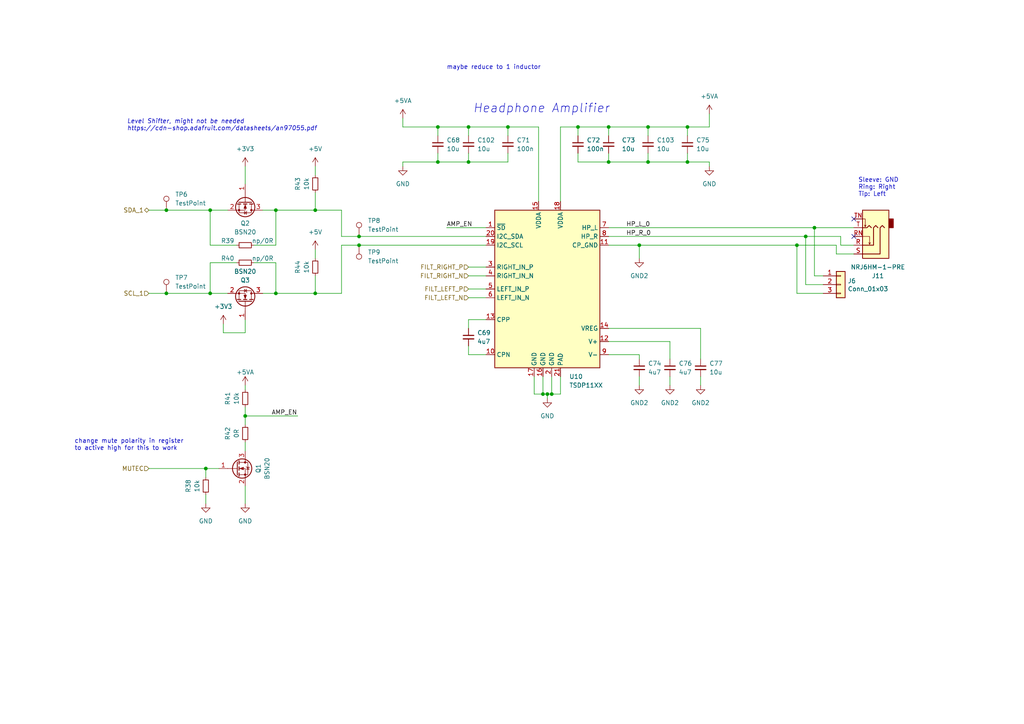
<source format=kicad_sch>
(kicad_sch (version 20230121) (generator eeschema)
  (paper "A4")
  (lib_symbols
    (symbol "Connector:TestPoint" (pin_numbers hide) (pin_names (offset 0.762) hide)
      (property "Reference" "TP" (at 0 6.858 0))
      (property "Value" "TestPoint" (at 0 5.08 0))
      (symbol "TestPoint_0_1"
        (circle (center 0 3.302) (radius 0.762))
      )
      (symbol "TestPoint_1_1"
        (pin passive line (at 0 0 90) (length 2.54) (name "1") (number "1"))
      )
    )
    (symbol "Connector_Audio:NRJ6HM-1-PRE"
      (property "Reference" "J" (at 0 8.89 0))
      (property "Value" "NRJ6HM-1-PRE" (at 0 6.35 0))
      (symbol "NRJ6HM-1-PRE_0_1"
        (rectangle (start -5.08 -5.08) (end -6.35 -7.62) (stroke (width 0.254)) (fill (type outline)))
        (polyline (pts (xy 0.508 -0.254) (xy 0.762 -0.762)))
        (polyline (pts (xy 1.778 -5.334) (xy 2.032 -5.842)))
        (polyline (pts (xy 0 -5.08) (xy 0.635 -5.715) (xy 1.27 -5.08) (xy 2.54 -5.08)) (stroke (width 0.254)))
        (polyline (pts (xy 2.54 -7.62) (xy 1.778 -7.62) (xy 1.778 -5.334) (xy 1.524 -5.842)))
        (polyline (pts (xy 2.54 -2.54) (xy 0.508 -2.54) (xy 0.508 -0.254) (xy 0.254 -0.762)))
        (polyline (pts (xy -1.905 -5.08) (xy -1.27 -5.715) (xy -0.635 -5.08) (xy -0.635 0) (xy 2.54 0)) (stroke (width 0.254)))
        (polyline (pts (xy 2.54 2.54) (xy -2.54 2.54) (xy -2.54 -5.08) (xy -3.175 -5.715) (xy -3.81 -5.08)) (stroke (width 0.254)))
        (rectangle (start 2.54 3.81) (end -5.08 -10.16) (stroke (width 0.254)) (fill (type background)))
      )
      (symbol "NRJ6HM-1-PRE_1_1"
        (pin passive line (at 5.08 0 180) (length 2.54) (name "~") (number "R"))
        (pin passive line (at 5.08 -2.54 180) (length 2.54) (name "~") (number "RN"))
        (pin passive line (at 5.08 2.54 180) (length 2.54) (name "~") (number "S"))
        (pin passive line (at 5.08 -5.08 180) (length 2.54) (name "~") (number "T"))
        (pin passive line (at 5.08 -7.62 180) (length 2.54) (name "~") (number "TN"))
      )
    )
    (symbol "Connector_Generic:Conn_01x03" (pin_names (offset 1.016) hide)
      (property "Reference" "J" (at 0 5.08 0))
      (property "Value" "Conn_01x03" (at 0 -5.08 0))
      (symbol "Conn_01x03_1_1"
        (rectangle (start -1.27 -2.413) (end 0 -2.667) (stroke (width 0.1524)))
        (rectangle (start -1.27 0.127) (end 0 -0.127) (stroke (width 0.1524)))
        (rectangle (start -1.27 2.667) (end 0 2.413) (stroke (width 0.1524)))
        (rectangle (start -1.27 3.81) (end 1.27 -3.81) (stroke (width 0.254)) (fill (type background)))
        (pin passive line (at -5.08 2.54 0) (length 3.81) (name "Pin_1") (number "1"))
        (pin passive line (at -5.08 0 0) (length 3.81) (name "Pin_2") (number "2"))
        (pin passive line (at -5.08 -2.54 0) (length 3.81) (name "Pin_3") (number "3"))
      )
    )
    (symbol "Device:C_Small" (pin_numbers hide) (pin_names (offset 0.254) hide)
      (property "Reference" "C" (at 0.254 1.778 0))
      (property "Value" "C_Small" (at 0.254 -2.032 0))
      (symbol "C_Small_0_1"
        (polyline (pts (xy -1.524 -0.508) (xy 1.524 -0.508)) (stroke (width 0.3302)))
        (polyline (pts (xy -1.524 0.508) (xy 1.524 0.508)) (stroke (width 0.3048)))
      )
      (symbol "C_Small_1_1"
        (pin passive line (at 0 2.54 270) (length 2.032) (name "~") (number "1"))
        (pin passive line (at 0 -2.54 90) (length 2.032) (name "~") (number "2"))
      )
    )
    (symbol "Device:R_Small" (pin_numbers hide) (pin_names (offset 0.254) hide)
      (property "Reference" "R" (at 0.762 0.508 0))
      (property "Value" "R_Small" (at 0.762 -1.016 0))
      (symbol "R_Small_0_1"
        (rectangle (start -0.762 1.778) (end 0.762 -1.778) (stroke (width 0.2032)))
      )
      (symbol "R_Small_1_1"
        (pin passive line (at 0 2.54 270) (length 0.762) (name "~") (number "1"))
        (pin passive line (at 0 -2.54 90) (length 0.762) (name "~") (number "2"))
      )
    )
    (symbol "LNIC_Amplifier_Audio:TSDP11XX"
      (property "Reference" "U" (at -13.97 24.13 0))
      (property "Value" "TSDP11XX" (at 10.16 24.13 0))
      (symbol "TSDP11XX_1_1"
        (rectangle (start -15.24 22.86) (end 15.24 -22.86) (stroke (width 0.254)) (fill (type background)))
        (pin input line (at -17.78 17.78 0) (length 2.54) (name "~{SD}") (number "1"))
        (pin power_out line (at -17.78 -19.05 0) (length 2.54) (name "CPN") (number "10"))
        (pin power_out line (at 17.78 12.7 180) (length 2.54) (name "CP_GND") (number "11"))
        (pin power_out line (at 17.78 -15.24 180) (length 2.54) (name "V+") (number "12"))
        (pin power_out line (at -17.78 -8.89 0) (length 2.54) (name "CPP") (number "13"))
        (pin power_out line (at 17.78 -11.43 180) (length 2.54) (name "VREG") (number "14"))
        (pin power_in line (at -2.54 25.4 270) (length 2.54) (name "VDDA") (number "15"))
        (pin power_in line (at -1.27 -25.4 90) (length 2.54) (name "GND") (number "16"))
        (pin power_in line (at -3.81 -25.4 90) (length 2.54) (name "GND") (number "17"))
        (pin power_in line (at 3.81 25.4 270) (length 2.54) (name "VDDA") (number "18"))
        (pin input line (at -17.78 12.7 0) (length 2.54) (name "I2C_SCL") (number "19"))
        (pin power_in line (at 1.27 -25.4 90) (length 2.54) (name "GND") (number "2"))
        (pin bidirectional line (at -17.78 15.24 0) (length 2.54) (name "I2C_SDA") (number "20"))
        (pin power_in line (at 3.81 -25.4 90) (length 2.54) (name "PAD") (number "21"))
        (pin input line (at -17.78 6.35 0) (length 2.54) (name "RIGHT_IN_P") (number "3"))
        (pin input line (at -17.78 3.81 0) (length 2.54) (name "RIGHT_IN_N") (number "4"))
        (pin input line (at -17.78 0 0) (length 2.54) (name "LEFT_IN_P") (number "5"))
        (pin input line (at -17.78 -2.54 0) (length 2.54) (name "LEFT_IN_N") (number "6"))
        (pin output line (at 17.78 17.78 180) (length 2.54) (name "HP_L") (number "7"))
        (pin output line (at 17.78 15.24 180) (length 2.54) (name "HP_R") (number "8"))
        (pin power_out line (at 17.78 -19.05 180) (length 2.54) (name "V-") (number "9"))
      )
    )
    (symbol "Transistor_FET:BSN20" (pin_names hide)
      (property "Reference" "Q" (at 5.08 1.905 0))
      (property "Value" "BSN20" (at 5.08 0 0))
      (symbol "BSN20_0_1"
        (polyline (pts (xy 0.254 0) (xy -2.54 0)))
        (polyline (pts (xy 0.254 1.905) (xy 0.254 -1.905)) (stroke (width 0.254)))
        (polyline (pts (xy 0.762 -1.27) (xy 0.762 -2.286)) (stroke (width 0.254)))
        (polyline (pts (xy 0.762 0.508) (xy 0.762 -0.508)) (stroke (width 0.254)))
        (polyline (pts (xy 0.762 2.286) (xy 0.762 1.27)) (stroke (width 0.254)))
        (polyline (pts (xy 2.54 2.54) (xy 2.54 1.778)))
        (polyline (pts (xy 2.54 -2.54) (xy 2.54 0) (xy 0.762 0)))
        (polyline (pts (xy 0.762 -1.778) (xy 3.302 -1.778) (xy 3.302 1.778) (xy 0.762 1.778)))
        (polyline (pts (xy 1.016 0) (xy 2.032 0.381) (xy 2.032 -0.381) (xy 1.016 0)) (fill (type outline)))
        (polyline (pts (xy 2.794 0.508) (xy 2.921 0.381) (xy 3.683 0.381) (xy 3.81 0.254)))
        (polyline (pts (xy 3.302 0.381) (xy 2.921 -0.254) (xy 3.683 -0.254) (xy 3.302 0.381)))
        (circle (center 1.651 0) (radius 2.794) (stroke (width 0.254)))
        (circle (center 2.54 -1.778) (radius 0.254) (fill (type outline)))
        (circle (center 2.54 1.778) (radius 0.254) (fill (type outline)))
      )
      (symbol "BSN20_1_1"
        (pin input line (at -5.08 0 0) (length 2.54) (name "G") (number "1"))
        (pin passive line (at 2.54 -5.08 90) (length 2.54) (name "S") (number "2"))
        (pin passive line (at 2.54 5.08 270) (length 2.54) (name "D") (number "3"))
      )
    )
    (symbol "power:+3V3" (power) (pin_names (offset 0))
      (property "Value" "+3V3" (at 0 3.556 0))
      (symbol "+3V3_0_1"
        (polyline (pts (xy -0.762 1.27) (xy 0 2.54)))
        (polyline (pts (xy 0 0) (xy 0 2.54)))
        (polyline (pts (xy 0 2.54) (xy 0.762 1.27)))
      )
      (symbol "+3V3_1_1"
        (pin power_in line (at 0 0 90) (length 0) hide (name "+3V3") (number "1"))
      )
    )
    (symbol "power:+5V" (power) (pin_names (offset 0))
      (property "Value" "+5V" (at 0 3.556 0))
      (symbol "+5V_0_1"
        (polyline (pts (xy -0.762 1.27) (xy 0 2.54)))
        (polyline (pts (xy 0 0) (xy 0 2.54)))
        (polyline (pts (xy 0 2.54) (xy 0.762 1.27)))
      )
      (symbol "+5V_1_1"
        (pin power_in line (at 0 0 90) (length 0) hide (name "+5V") (number "1"))
      )
    )
    (symbol "power:+5VA" (power) (pin_names (offset 0))
      (property "Value" "+5VA" (at 0 3.556 0))
      (symbol "+5VA_0_1"
        (polyline (pts (xy -0.762 1.27) (xy 0 2.54)))
        (polyline (pts (xy 0 0) (xy 0 2.54)))
        (polyline (pts (xy 0 2.54) (xy 0.762 1.27)))
      )
      (symbol "+5VA_1_1"
        (pin power_in line (at 0 0 90) (length 0) hide (name "+5VA") (number "1"))
      )
    )
    (symbol "power:GND" (power) (pin_names (offset 0))
      (property "Value" "GND" (at 0 -3.81 0))
      (symbol "GND_0_1"
        (polyline (pts (xy 0 0) (xy 0 -1.27) (xy 1.27 -1.27) (xy 0 -2.54) (xy -1.27 -1.27) (xy 0 -1.27)))
      )
      (symbol "GND_1_1"
        (pin power_in line (at 0 0 270) (length 0) hide (name "GND") (number "1"))
      )
    )
    (symbol "power:GND2" (power) (pin_names (offset 0))
      (property "Value" "GND2" (at 0 -3.81 0))
      (symbol "GND2_0_1"
        (polyline (pts (xy 0 0) (xy 0 -1.27) (xy 1.27 -1.27) (xy 0 -2.54) (xy -1.27 -1.27) (xy 0 -1.27)))
      )
      (symbol "GND2_1_1"
        (pin power_in line (at 0 0 270) (length 0) hide (name "GND2") (number "1"))
      )
    )
  )
  (junction (at 91.44 60.96))
  (junction (at 104.14 68.58))
  (junction (at 167.64 36.83))
  (junction (at 157.48 114.3))
  (junction (at 60.96 85.09))
  (junction (at 135.89 46.99))
  (junction (at 91.44 85.09))
  (junction (at 185.42 71.12))
  (junction (at 48.26 60.96))
  (junction (at 59.69 135.89))
  (junction (at 199.39 36.83))
  (junction (at 127 46.99))
  (junction (at 147.32 36.83))
  (junction (at 187.96 46.99))
  (junction (at 176.53 36.83))
  (junction (at 127 36.83))
  (junction (at 176.53 46.99))
  (junction (at 48.26 85.09))
  (junction (at 187.96 36.83))
  (junction (at 135.89 36.83))
  (junction (at 80.01 60.96))
  (junction (at 236.22 66.04))
  (junction (at 231.14 71.12))
  (junction (at 71.12 120.65))
  (junction (at 160.02 114.3))
  (junction (at 158.75 114.3))
  (junction (at 104.14 71.12))
  (junction (at 60.96 60.96))
  (junction (at 199.39 46.99))
  (junction (at 80.01 85.09))
  (junction (at 233.68 68.58))
  (no_connect (at 247.65 63.5))
  (no_connect (at 247.65 68.58))
  (wire (pts (xy 71.12 120.65) (xy 86.36 120.65)))
  (wire (pts (xy 176.53 102.87) (xy 185.42 102.87)))
  (wire (pts (xy 43.18 60.96) (xy 48.26 60.96)))
  (wire (pts (xy 176.53 66.04) (xy 236.22 66.04)))
  (wire (pts (xy 68.58 76.2) (xy 60.96 76.2)))
  (wire (pts (xy 116.84 46.99) (xy 127 46.99)))
  (wire (pts (xy 129.54 66.04) (xy 140.97 66.04)))
  (wire (pts (xy 91.44 60.96) (xy 99.06 60.96)))
  (wire (pts (xy 71.12 96.52) (xy 64.77 96.52)))
  (wire (pts (xy 59.69 138.43) (xy 59.69 135.89)))
  (wire (pts (xy 247.65 71.12) (xy 243.84 71.12)))
  (wire (pts (xy 187.96 36.83) (xy 199.39 36.83)))
  (wire (pts (xy 236.22 66.04) (xy 247.65 66.04)))
  (wire (pts (xy 233.68 82.55) (xy 238.76 82.55)))
  (wire (pts (xy 167.64 36.83) (xy 167.64 39.37)))
  (wire (pts (xy 135.89 36.83) (xy 135.89 39.37)))
  (wire (pts (xy 73.66 71.12) (xy 80.01 71.12)))
  (wire (pts (xy 167.64 46.99) (xy 167.64 44.45)))
  (wire (pts (xy 48.26 60.96) (xy 60.96 60.96)))
  (wire (pts (xy 156.21 36.83) (xy 156.21 58.42)))
  (wire (pts (xy 199.39 36.83) (xy 205.74 36.83)))
  (wire (pts (xy 203.2 95.25) (xy 203.2 104.14)))
  (wire (pts (xy 176.53 71.12) (xy 185.42 71.12)))
  (wire (pts (xy 205.74 46.99) (xy 205.74 48.26)))
  (wire (pts (xy 147.32 44.45) (xy 147.32 46.99)))
  (wire (pts (xy 91.44 80.01) (xy 91.44 85.09)))
  (wire (pts (xy 48.26 85.09) (xy 43.18 85.09)))
  (wire (pts (xy 199.39 36.83) (xy 199.39 39.37)))
  (wire (pts (xy 104.14 71.12) (xy 140.97 71.12)))
  (wire (pts (xy 158.75 114.3) (xy 158.75 115.57)))
  (wire (pts (xy 91.44 72.39) (xy 91.44 74.93)))
  (wire (pts (xy 76.2 85.09) (xy 80.01 85.09)))
  (wire (pts (xy 64.77 96.52) (xy 64.77 93.98)))
  (wire (pts (xy 71.12 120.65) (xy 71.12 123.19)))
  (wire (pts (xy 71.12 140.97) (xy 71.12 146.05)))
  (wire (pts (xy 71.12 118.11) (xy 71.12 120.65)))
  (wire (pts (xy 71.12 92.71) (xy 71.12 96.52)))
  (wire (pts (xy 157.48 114.3) (xy 154.94 114.3)))
  (wire (pts (xy 99.06 85.09) (xy 91.44 85.09)))
  (wire (pts (xy 238.76 80.01) (xy 236.22 80.01)))
  (wire (pts (xy 187.96 44.45) (xy 187.96 46.99)))
  (wire (pts (xy 127 46.99) (xy 135.89 46.99)))
  (wire (pts (xy 76.2 60.96) (xy 80.01 60.96)))
  (wire (pts (xy 135.89 83.82) (xy 140.97 83.82)))
  (wire (pts (xy 158.75 114.3) (xy 160.02 114.3)))
  (wire (pts (xy 99.06 71.12) (xy 104.14 71.12)))
  (wire (pts (xy 176.53 44.45) (xy 176.53 46.99)))
  (wire (pts (xy 185.42 104.14) (xy 185.42 102.87)))
  (wire (pts (xy 140.97 92.71) (xy 135.89 92.71)))
  (wire (pts (xy 185.42 71.12) (xy 231.14 71.12)))
  (wire (pts (xy 243.84 71.12) (xy 243.84 68.58)))
  (wire (pts (xy 205.74 36.83) (xy 205.74 33.02)))
  (wire (pts (xy 80.01 60.96) (xy 91.44 60.96)))
  (wire (pts (xy 167.64 46.99) (xy 176.53 46.99)))
  (wire (pts (xy 238.76 85.09) (xy 231.14 85.09)))
  (wire (pts (xy 203.2 111.76) (xy 203.2 109.22)))
  (wire (pts (xy 157.48 114.3) (xy 158.75 114.3)))
  (wire (pts (xy 199.39 46.99) (xy 187.96 46.99)))
  (wire (pts (xy 194.31 111.76) (xy 194.31 109.22)))
  (wire (pts (xy 116.84 34.29) (xy 116.84 36.83)))
  (wire (pts (xy 176.53 68.58) (xy 233.68 68.58)))
  (wire (pts (xy 135.89 46.99) (xy 147.32 46.99)))
  (wire (pts (xy 99.06 71.12) (xy 99.06 85.09)))
  (wire (pts (xy 66.04 85.09) (xy 60.96 85.09)))
  (wire (pts (xy 60.96 71.12) (xy 60.96 60.96)))
  (wire (pts (xy 154.94 114.3) (xy 154.94 109.22)))
  (wire (pts (xy 157.48 109.22) (xy 157.48 114.3)))
  (wire (pts (xy 80.01 76.2) (xy 80.01 85.09)))
  (wire (pts (xy 91.44 48.26) (xy 91.44 50.8)))
  (wire (pts (xy 185.42 71.12) (xy 185.42 74.93)))
  (wire (pts (xy 233.68 68.58) (xy 233.68 82.55)))
  (wire (pts (xy 80.01 85.09) (xy 91.44 85.09)))
  (wire (pts (xy 160.02 114.3) (xy 160.02 109.22)))
  (wire (pts (xy 187.96 36.83) (xy 187.96 39.37)))
  (wire (pts (xy 176.53 95.25) (xy 203.2 95.25)))
  (wire (pts (xy 43.18 135.89) (xy 59.69 135.89)))
  (wire (pts (xy 135.89 86.36) (xy 140.97 86.36)))
  (wire (pts (xy 242.57 73.66) (xy 247.65 73.66)))
  (wire (pts (xy 205.74 46.99) (xy 199.39 46.99)))
  (wire (pts (xy 71.12 128.27) (xy 71.12 130.81)))
  (wire (pts (xy 140.97 102.87) (xy 135.89 102.87)))
  (wire (pts (xy 127 36.83) (xy 135.89 36.83)))
  (wire (pts (xy 80.01 71.12) (xy 80.01 60.96)))
  (wire (pts (xy 99.06 68.58) (xy 104.14 68.58)))
  (wire (pts (xy 147.32 36.83) (xy 156.21 36.83)))
  (wire (pts (xy 135.89 36.83) (xy 147.32 36.83)))
  (wire (pts (xy 176.53 99.06) (xy 194.31 99.06)))
  (wire (pts (xy 71.12 111.76) (xy 71.12 113.03)))
  (wire (pts (xy 162.56 109.22) (xy 162.56 114.3)))
  (wire (pts (xy 135.89 92.71) (xy 135.89 95.25)))
  (wire (pts (xy 233.68 68.58) (xy 243.84 68.58)))
  (wire (pts (xy 199.39 44.45) (xy 199.39 46.99)))
  (wire (pts (xy 176.53 36.83) (xy 187.96 36.83)))
  (wire (pts (xy 185.42 111.76) (xy 185.42 109.22)))
  (wire (pts (xy 135.89 44.45) (xy 135.89 46.99)))
  (wire (pts (xy 231.14 71.12) (xy 242.57 71.12)))
  (wire (pts (xy 236.22 80.01) (xy 236.22 66.04)))
  (wire (pts (xy 116.84 36.83) (xy 127 36.83)))
  (wire (pts (xy 242.57 71.12) (xy 242.57 73.66)))
  (wire (pts (xy 68.58 71.12) (xy 60.96 71.12)))
  (wire (pts (xy 73.66 76.2) (xy 80.01 76.2)))
  (wire (pts (xy 59.69 135.89) (xy 63.5 135.89)))
  (wire (pts (xy 167.64 36.83) (xy 162.56 36.83)))
  (wire (pts (xy 60.96 85.09) (xy 48.26 85.09)))
  (wire (pts (xy 187.96 46.99) (xy 176.53 46.99)))
  (wire (pts (xy 135.89 80.01) (xy 140.97 80.01)))
  (wire (pts (xy 99.06 60.96) (xy 99.06 68.58)))
  (wire (pts (xy 127 44.45) (xy 127 46.99)))
  (wire (pts (xy 127 36.83) (xy 127 39.37)))
  (wire (pts (xy 71.12 48.26) (xy 71.12 53.34)))
  (wire (pts (xy 147.32 36.83) (xy 147.32 39.37)))
  (wire (pts (xy 135.89 102.87) (xy 135.89 100.33)))
  (wire (pts (xy 160.02 114.3) (xy 162.56 114.3)))
  (wire (pts (xy 60.96 76.2) (xy 60.96 85.09)))
  (wire (pts (xy 162.56 36.83) (xy 162.56 58.42)))
  (wire (pts (xy 91.44 55.88) (xy 91.44 60.96)))
  (wire (pts (xy 167.64 36.83) (xy 176.53 36.83)))
  (wire (pts (xy 231.14 85.09) (xy 231.14 71.12)))
  (wire (pts (xy 60.96 60.96) (xy 66.04 60.96)))
  (wire (pts (xy 135.89 77.47) (xy 140.97 77.47)))
  (wire (pts (xy 176.53 36.83) (xy 176.53 39.37)))
  (wire (pts (xy 194.31 104.14) (xy 194.31 99.06)))
  (wire (pts (xy 116.84 48.26) (xy 116.84 46.99)))
  (wire (pts (xy 104.14 68.58) (xy 140.97 68.58)))
  (wire (pts (xy 59.69 143.51) (xy 59.69 146.05)))
  (text "maybe reduce to 1 inductor" (at 129.54 20.32 0) (effects (font (size 1.27 1.27)) (justify left bottom)))
  (text "change mute polarity in register\nto active high for this to work" (at 21.59 130.81 0) (effects (font (size 1.27 1.27)) (justify left bottom)))
  (text "Level Shifter, might not be needed\nhttps://cdn-shop.adafruit.com/datasheets/an97055.pdf" (at 36.83 38.1 0) (effects (font (size 1.27 1.27) italic) (justify left bottom)))
  (text "Sleeve: GND\nRing: Right\nTip: Left" (at 248.92 57.15 0) (effects (font (size 1.27 1.27)) (justify left bottom)))
  (text "Headphone Amplifier" (at 137.16 33.02 0) (effects (font (size 2.54 2.54) italic) (justify left bottom)))
  (label "HP_R_0" (at 181.61 68.58 0))
  (label "HP_L_0" (at 181.61 66.04 0))
  (label "AMP_EN" (at 129.54 66.04 0))
  (label "AMP_EN" (at 78.74 120.65 0))
  (hierarchical_label "SCL_1" (shape input) (at 43.18 85.09 180))
  (hierarchical_label "FILT_LEFT_P" (shape input) (at 135.89 83.82 180))
  (hierarchical_label "MUTEC" (shape input) (at 43.18 135.89 180))
  (hierarchical_label "FILT_LEFT_N" (shape input) (at 135.89 86.36 180))
  (hierarchical_label "SDA_1" (shape bidirectional) (at 43.18 60.96 180))
  (hierarchical_label "FILT_RIGHT_N" (shape input) (at 135.89 80.01 180))
  (hierarchical_label "FILT_RIGHT_P" (shape input) (at 135.89 77.47 180))
  (symbol (lib_id "Connector:TestPoint") (at 104.14 71.12 180) (unit 1)
    (property "Reference" "TP9" (at 106.68 73.152 0) (effects (justify right)))
    (property "Value" "TestPoint" (at 106.68 75.692 0) (effects (justify right)))
    (property "Footprint" "TestPoint:TestPoint_Pad_D2.0mm" (effects hide))
  )
  (symbol (lib_id "power:+5V") (at 91.44 48.26 0) (unit 1)
    (property "Reference" "#PWR096" (effects hide))
    (property "Value" "+5V" (at 91.44 43.18 0))
  )
  (symbol (lib_id "power:GND") (at 116.84 48.26 0) (unit 1)
    (property "Reference" "#PWR099" (effects hide))
    (property "Value" "GND" (at 116.84 53.34 0))
  )
  (symbol (lib_id "Device:C_Small") (at 176.53 41.91 0) (unit 1)
    (property "Reference" "C73" (at 180.34 40.64 0) (effects (justify left)))
    (property "Value" "10u" (at 180.34 43.18 0) (effects (justify left)))
    (property "Footprint" "Capacitor_SMD:C_0603_1608Metric" (effects hide))
  )
  (symbol (lib_id "LNIC_Amplifier_Audio:TSDP11XX") (at 158.75 83.82 0) (unit 1)
    (property "Reference" "U10" (at 165.1 109.22 0) (effects (justify left)))
    (property "Value" "TSDP11XX" (at 165.1 111.76 0) (effects (justify left)))
    (property "Footprint" "Package_DFN_QFN:QFN-20-1EP_4x4mm_P0.5mm_EP2.5x2.5mm" (effects hide))
    (property "Datasheet" "https://temposemi.com/wp-content/uploads/2018/06/TSDP11xx_TSDP10xx_DS.pdf" (effects hide))
  )
  (symbol (lib_id "Connector_Generic:Conn_01x03") (at 243.84 82.55 0) (unit 1)
    (property "Reference" "J6" (at 245.872 81.4832 0) (effects (justify left)))
    (property "Value" "Conn_01x03" (at 245.872 83.7946 0) (effects (justify left)))
    (property "Footprint" "Connector_PinHeader_2.54mm:PinHeader_1x03_P2.54mm_Vertical" (effects hide))
    (instances (project "ample" (path "" (reference "J6") (unit 1)) (path "" (reference "J10") (unit 1))))
  )
  (symbol (lib_id "power:+5V") (at 91.44 72.39 0) (unit 1)
    (property "Reference" "#PWR097" (effects hide))
    (property "Value" "+5V" (at 91.44 67.31 0))
  )
  (symbol (lib_id "Device:C_Small") (at 167.64 41.91 0) (unit 1)
    (property "Reference" "C72" (at 170.18 40.6463 0) (effects (justify left)))
    (property "Value" "100n" (at 170.18 43.1863 0) (effects (justify left)))
    (property "Footprint" "Capacitor_SMD:C_0603_1608Metric" (effects hide))
  )
  (symbol (lib_id "power:+3V3") (at 71.12 48.26 0) (unit 1)
    (property "Reference" "#PWR093" (effects hide))
    (property "Value" "+3V3" (at 71.12 43.18 0))
  )
  (symbol (lib_id "power:GND") (at 205.74 48.26 0) (unit 1)
    (property "Reference" "#PWR0104" (effects hide))
    (property "Value" "GND" (at 205.74 53.34 0))
  )
  (symbol (lib_id "Device:C_Small") (at 203.2 106.68 0) (unit 1)
    (property "Reference" "C77" (at 205.74 105.4163 0) (effects (justify left)))
    (property "Value" "10u" (at 205.74 107.9563 0) (effects (justify left)))
    (property "Footprint" "Capacitor_SMD:C_0603_1608Metric" (effects hide))
  )
  (symbol (lib_id "Device:C_Small") (at 127 41.91 0) (unit 1)
    (property "Reference" "C68" (at 129.54 40.6463 0) (effects (justify left)))
    (property "Value" "10u" (at 129.54 43.1863 0) (effects (justify left)))
    (property "Footprint" "Capacitor_SMD:C_0603_1608Metric" (effects hide))
  )
  (symbol (lib_id "Device:R_Small") (at 91.44 53.34 180) (unit 1)
    (property "Reference" "R43" (at 86.36 53.34 90))
    (property "Value" "10k" (at 88.9 53.34 90))
    (property "Footprint" "Resistor_SMD:R_0603_1608Metric" (effects hide))
  )
  (symbol (lib_id "Device:R_Small") (at 91.44 77.47 180) (unit 1)
    (property "Reference" "R44" (at 86.36 77.47 90))
    (property "Value" "10k" (at 88.9 77.47 90))
    (property "Footprint" "Resistor_SMD:R_0603_1608Metric" (effects hide))
  )
  (symbol (lib_id "Device:R_Small") (at 59.69 140.97 180) (unit 1)
    (property "Reference" "R38" (at 54.61 140.97 90))
    (property "Value" "10k" (at 57.15 140.97 90))
    (property "Footprint" "Resistor_SMD:R_0603_1608Metric" (effects hide))
  )
  (symbol (lib_id "power:GND2") (at 185.42 74.93 0) (unit 1)
    (property "Reference" "#PWR0105" (effects hide))
    (property "Value" "GND2" (at 185.42 80.01 0))
  )
  (symbol (lib_id "Device:R_Small") (at 71.12 115.57 180) (unit 1)
    (property "Reference" "R41" (at 66.04 115.57 90))
    (property "Value" "10k" (at 68.58 115.57 90))
    (property "Footprint" "Resistor_SMD:R_0603_1608Metric" (effects hide))
  )
  (symbol (lib_id "Device:R_Small") (at 71.12 76.2 90) (unit 1)
    (property "Reference" "R40" (at 66.04 74.93 90))
    (property "Value" "np/0R" (at 76.2 74.93 90))
    (property "Footprint" "Resistor_SMD:R_0603_1608Metric" (effects hide))
  )
  (symbol (lib_id "power:+5VA") (at 205.74 33.02 0) (unit 1)
    (property "Reference" "#PWR0103" (effects hide))
    (property "Value" "+5VA" (at 205.74 27.94 0))
  )
  (symbol (lib_id "power:+5VA") (at 116.84 34.29 0) (unit 1)
    (property "Reference" "#PWR098" (effects hide))
    (property "Value" "+5VA" (at 116.84 29.21 0))
  )
  (symbol (lib_id "Transistor_FET:BSN20") (at 71.12 87.63 270) (mirror x) (unit 1)
    (property "Reference" "Q3" (at 71.12 81.28 90))
    (property "Value" "BSN20" (at 71.12 78.74 90))
    (property "Footprint" "Package_TO_SOT_SMD:SOT-23" (effects hide))
    (property "Datasheet" "http://www.diodes.com/assets/Datasheets/ds31898.pdf" (effects hide))
  )
  (symbol (lib_id "power:+3V3") (at 64.77 93.98 0) (unit 1)
    (property "Reference" "#PWR092" (effects hide))
    (property "Value" "+3V3" (at 64.77 88.9 0))
  )
  (symbol (lib_id "power:GND2") (at 194.31 111.76 0) (unit 1)
    (property "Reference" "#PWR0101" (effects hide))
    (property "Value" "GND2" (at 194.31 116.84 0))
  )
  (symbol (lib_id "Connector_Audio:NRJ6HM-1-PRE") (at 252.73 71.12 180) (unit 1)
    (property "Reference" "J11" (at 254.635 80.01 0))
    (property "Value" "NRJ6HM-1-PRE" (at 254.635 77.47 0))
    (property "Footprint" "LNIC_Connector_Audio:Jack_6.35mm_Neutrik_NRJ6HM-1-PRE_Horizontal" (effects hide))
    (property "Datasheet" "https://www.neutrik.com/en/product/nrj6hm-1-pre" (effects hide))
  )
  (symbol (lib_id "power:GND") (at 59.69 146.05 0) (unit 1)
    (property "Reference" "#PWR091" (effects hide))
    (property "Value" "GND" (at 59.69 151.13 0))
  )
  (symbol (lib_id "power:GND2") (at 203.2 111.76 0) (unit 1)
    (property "Reference" "#PWR0102" (effects hide))
    (property "Value" "GND2" (at 203.2 116.84 0))
  )
  (symbol (lib_id "Transistor_FET:BSN20") (at 71.12 58.42 270) (unit 1)
    (property "Reference" "Q2" (at 71.12 64.77 90))
    (property "Value" "BSN20" (at 71.12 67.31 90))
    (property "Footprint" "Package_TO_SOT_SMD:SOT-23" (effects hide))
    (property "Datasheet" "http://www.diodes.com/assets/Datasheets/ds31898.pdf" (effects hide))
  )
  (symbol (lib_id "Device:C_Small") (at 185.42 106.68 0) (unit 1)
    (property "Reference" "C74" (at 187.96 105.4163 0) (effects (justify left)))
    (property "Value" "4u7" (at 187.96 107.9563 0) (effects (justify left)))
    (property "Footprint" "Capacitor_SMD:C_0603_1608Metric" (effects hide))
  )
  (symbol (lib_id "Device:C_Small") (at 135.89 97.79 0) (unit 1)
    (property "Reference" "C69" (at 138.43 96.5263 0) (effects (justify left)))
    (property "Value" "4u7" (at 138.43 99.0663 0) (effects (justify left)))
    (property "Footprint" "Capacitor_SMD:C_0603_1608Metric" (effects hide))
  )
  (symbol (lib_id "Device:C_Small") (at 187.96 41.91 0) (unit 1)
    (property "Reference" "C103" (at 190.5 40.64 0) (effects (justify left)))
    (property "Value" "10u" (at 190.5 43.18 0) (effects (justify left)))
    (property "Footprint" "Capacitor_SMD:C_0603_1608Metric" (effects hide))
  )
  (symbol (lib_id "Device:R_Small") (at 71.12 125.73 0) (unit 1)
    (property "Reference" "R42" (at 66.04 125.73 90))
    (property "Value" "0R" (at 68.58 125.73 90))
    (property "Footprint" "Resistor_SMD:R_0603_1608Metric" (effects hide))
  )
  (symbol (lib_id "Connector:TestPoint") (at 48.26 60.96 0) (unit 1)
    (property "Reference" "TP6" (at 50.8 56.388 0) (effects (justify left)))
    (property "Value" "TestPoint" (at 50.8 58.928 0) (effects (justify left)))
    (property "Footprint" "TestPoint:TestPoint_Pad_D2.0mm" (effects hide))
  )
  (symbol (lib_id "Device:C_Small") (at 147.32 41.91 0) (unit 1)
    (property "Reference" "C71" (at 149.86 40.6463 0) (effects (justify left)))
    (property "Value" "100n" (at 149.86 43.1863 0) (effects (justify left)))
    (property "Footprint" "Capacitor_SMD:C_0603_1608Metric" (effects hide))
  )
  (symbol (lib_id "Device:R_Small") (at 71.12 71.12 90) (unit 1)
    (property "Reference" "R39" (at 66.04 69.85 90))
    (property "Value" "np/0R" (at 76.2 69.85 90))
    (property "Footprint" "Resistor_SMD:R_0603_1608Metric" (effects hide))
  )
  (symbol (lib_id "Connector:TestPoint") (at 104.14 68.58 0) (unit 1)
    (property "Reference" "TP8" (at 106.68 64.008 0) (effects (justify left)))
    (property "Value" "TestPoint" (at 106.68 66.548 0) (effects (justify left)))
    (property "Footprint" "TestPoint:TestPoint_Pad_D2.0mm" (effects hide))
  )
  (symbol (lib_id "power:GND") (at 158.75 115.57 0) (unit 1)
    (property "Reference" "#PWR0100" (effects hide))
    (property "Value" "GND" (at 158.75 120.65 0))
  )
  (symbol (lib_id "Device:C_Small") (at 199.39 41.91 0) (unit 1)
    (property "Reference" "C75" (at 201.93 40.64 0) (effects (justify left)))
    (property "Value" "10u" (at 201.93 43.18 0) (effects (justify left)))
    (property "Footprint" "Capacitor_SMD:C_0603_1608Metric" (effects hide))
  )
  (symbol (lib_id "Connector:TestPoint") (at 48.26 85.09 0) (unit 1)
    (property "Reference" "TP7" (at 50.8 80.518 0) (effects (justify left)))
    (property "Value" "TestPoint" (at 50.8 83.058 0) (effects (justify left)))
    (property "Footprint" "TestPoint:TestPoint_Pad_D2.0mm" (effects hide))
  )
  (symbol (lib_id "power:+5VA") (at 71.12 111.76 0) (unit 1)
    (property "Reference" "#PWR094" (effects hide))
    (property "Value" "+5VA" (at 71.12 107.95 0))
  )
  (symbol (lib_id "Device:C_Small") (at 194.31 106.68 0) (unit 1)
    (property "Reference" "C76" (at 196.85 105.4163 0) (effects (justify left)))
    (property "Value" "4u7" (at 196.85 107.9563 0) (effects (justify left)))
    (property "Footprint" "Capacitor_SMD:C_0603_1608Metric" (effects hide))
  )
  (symbol (lib_id "Device:C_Small") (at 135.89 41.91 0) (unit 1)
    (property "Reference" "C102" (at 138.43 40.6463 0) (effects (justify left)))
    (property "Value" "10u" (at 138.43 43.1863 0) (effects (justify left)))
    (property "Footprint" "Capacitor_SMD:C_0603_1608Metric" (effects hide))
  )
  (symbol (lib_id "power:GND2") (at 185.42 111.76 0) (unit 1)
    (property "Reference" "#PWR090" (effects hide))
    (property "Value" "GND2" (at 185.42 116.84 0))
  )
  (symbol (lib_id "power:GND") (at 71.12 146.05 0) (unit 1)
    (property "Reference" "#PWR095" (effects hide))
    (property "Value" "GND" (at 71.12 151.13 0))
  )
  (symbol (lib_id "Transistor_FET:BSN20") (at 68.58 135.89 0) (unit 1)
    (property "Reference" "Q1" (at 74.93 135.89 90))
    (property "Value" "BSN20" (at 77.47 135.89 90))
    (property "Footprint" "Package_TO_SOT_SMD:SOT-23" (effects hide))
    (property "Datasheet" "http://www.diodes.com/assets/Datasheets/ds31898.pdf" (effects hide))
  )
)
</source>
